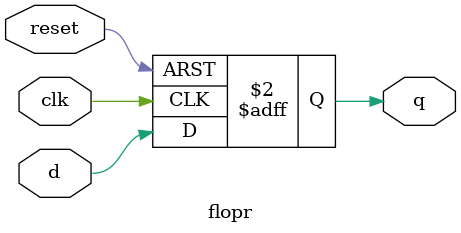
<source format=sv>
module asyncsig (
    input logic clk,
    input logic async_sig,
    output logic out_sync_sig
);

wire in1,in2,in3;

flopr FDC_1 (
.clk(clk),
.reset(1'b0),
.d(out_sync_sig),
.q(in1)
);
flopr FDCu1 (
.clk(async_sig),
.reset(in1),
.d(1'b1),
.q(in2)
);
flopr FDCu2 (
.clk(clk),
.reset(1'b0),
.d(in2),
.q(in3)
);
flopr FDCu3 (
.clk(clk),
.reset(1'b0),
.d(in3),
.q(out_sync_sig)
);

endmodule 


module flopr(
        input logic clk,
        input logic reset,
        input logic  d,
        output logic q
        );

always_ff@(posedge clk, posedge reset)
if (reset) q<=1'b0;
else  q<= d;
endmodule


</source>
